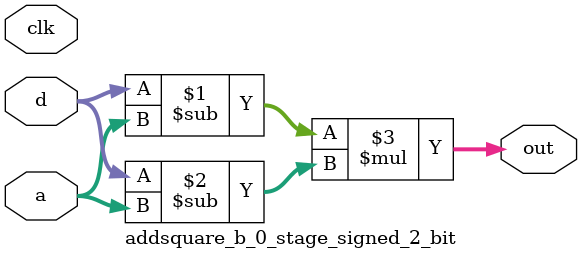
<source format=sv>
(* use_dsp = "yes" *) module addsquare_b_0_stage_signed_2_bit(
	input signed [1:0] a,
	input signed [1:0] d,
	output [1:0] out,
	input clk);

	assign out = (d - a) * (d - a);
endmodule

</source>
